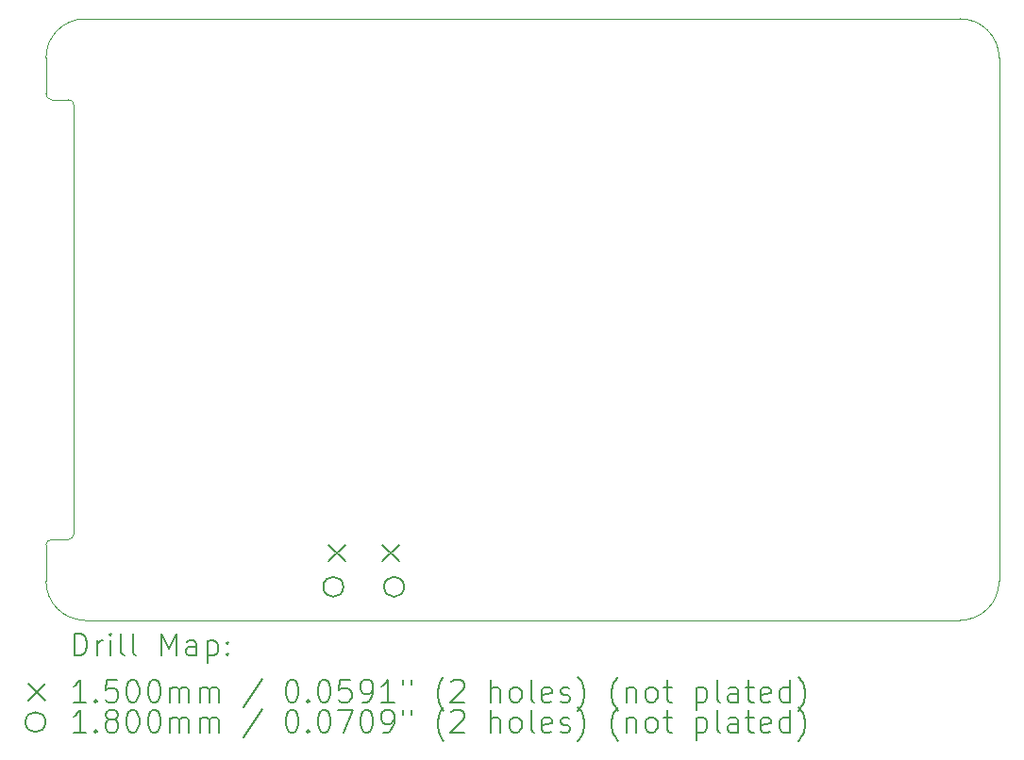
<source format=gbr>
%TF.GenerationSoftware,KiCad,Pcbnew,8.0.3-8.0.3-0~ubuntu22.04.1*%
%TF.CreationDate,2024-09-16T11:34:46+02:00*%
%TF.ProjectId,FT600_RP2040,46543630-305f-4525-9032-3034302e6b69,rev?*%
%TF.SameCoordinates,PX7735940PY61c06a0*%
%TF.FileFunction,Drillmap*%
%TF.FilePolarity,Positive*%
%FSLAX45Y45*%
G04 Gerber Fmt 4.5, Leading zero omitted, Abs format (unit mm)*
G04 Created by KiCad (PCBNEW 8.0.3-8.0.3-0~ubuntu22.04.1) date 2024-09-16 11:34:46*
%MOMM*%
%LPD*%
G01*
G04 APERTURE LIST*
%ADD10C,0.100000*%
%ADD11C,0.200000*%
%ADD12C,0.150000*%
%ADD13C,0.180000*%
G04 APERTURE END LIST*
D10*
X200000Y4675000D02*
G75*
G02*
X250000Y4625000I0J-50000D01*
G01*
X0Y350000D02*
X0Y675000D01*
X0Y5050000D02*
X0Y4725000D01*
X350000Y0D02*
G75*
G02*
X0Y350000I0J350000D01*
G01*
X250000Y775000D02*
G75*
G02*
X200000Y725000I-50000J0D01*
G01*
X0Y675000D02*
G75*
G02*
X50000Y725000I50000J0D01*
G01*
X250000Y4625000D02*
X250000Y775000D01*
X0Y5050000D02*
G75*
G02*
X350000Y5400000I350000J0D01*
G01*
X8200000Y5400000D02*
G75*
G02*
X8550000Y5050000I0J-350000D01*
G01*
X350000Y5400000D02*
X8200000Y5400000D01*
X8200000Y0D02*
X350000Y0D01*
X8550000Y350000D02*
G75*
G02*
X8200000Y0I-350000J0D01*
G01*
X8550000Y5050000D02*
X8550000Y350000D01*
X50000Y4675000D02*
G75*
G02*
X0Y4725000I0J50000D01*
G01*
X50000Y4675000D02*
X200000Y4675000D01*
X200000Y725000D02*
X50000Y725000D01*
D11*
D12*
X2532500Y678000D02*
X2682500Y528000D01*
X2682500Y678000D02*
X2532500Y528000D01*
X3017500Y678000D02*
X3167500Y528000D01*
X3167500Y678000D02*
X3017500Y528000D01*
D13*
X2667500Y300000D02*
G75*
G02*
X2487500Y300000I-90000J0D01*
G01*
X2487500Y300000D02*
G75*
G02*
X2667500Y300000I90000J0D01*
G01*
X3212500Y300000D02*
G75*
G02*
X3032500Y300000I-90000J0D01*
G01*
X3032500Y300000D02*
G75*
G02*
X3212500Y300000I90000J0D01*
G01*
D11*
X255777Y-316484D02*
X255777Y-116484D01*
X255777Y-116484D02*
X303396Y-116484D01*
X303396Y-116484D02*
X331967Y-126008D01*
X331967Y-126008D02*
X351015Y-145055D01*
X351015Y-145055D02*
X360539Y-164103D01*
X360539Y-164103D02*
X370062Y-202198D01*
X370062Y-202198D02*
X370062Y-230769D01*
X370062Y-230769D02*
X360539Y-268865D01*
X360539Y-268865D02*
X351015Y-287912D01*
X351015Y-287912D02*
X331967Y-306960D01*
X331967Y-306960D02*
X303396Y-316484D01*
X303396Y-316484D02*
X255777Y-316484D01*
X455777Y-316484D02*
X455777Y-183150D01*
X455777Y-221246D02*
X465301Y-202198D01*
X465301Y-202198D02*
X474824Y-192674D01*
X474824Y-192674D02*
X493872Y-183150D01*
X493872Y-183150D02*
X512920Y-183150D01*
X579586Y-316484D02*
X579586Y-183150D01*
X579586Y-116484D02*
X570063Y-126008D01*
X570063Y-126008D02*
X579586Y-135531D01*
X579586Y-135531D02*
X589110Y-126008D01*
X589110Y-126008D02*
X579586Y-116484D01*
X579586Y-116484D02*
X579586Y-135531D01*
X703396Y-316484D02*
X684348Y-306960D01*
X684348Y-306960D02*
X674824Y-287912D01*
X674824Y-287912D02*
X674824Y-116484D01*
X808158Y-316484D02*
X789110Y-306960D01*
X789110Y-306960D02*
X779586Y-287912D01*
X779586Y-287912D02*
X779586Y-116484D01*
X1036729Y-316484D02*
X1036729Y-116484D01*
X1036729Y-116484D02*
X1103396Y-259341D01*
X1103396Y-259341D02*
X1170063Y-116484D01*
X1170063Y-116484D02*
X1170063Y-316484D01*
X1351015Y-316484D02*
X1351015Y-211722D01*
X1351015Y-211722D02*
X1341491Y-192674D01*
X1341491Y-192674D02*
X1322444Y-183150D01*
X1322444Y-183150D02*
X1284348Y-183150D01*
X1284348Y-183150D02*
X1265301Y-192674D01*
X1351015Y-306960D02*
X1331967Y-316484D01*
X1331967Y-316484D02*
X1284348Y-316484D01*
X1284348Y-316484D02*
X1265301Y-306960D01*
X1265301Y-306960D02*
X1255777Y-287912D01*
X1255777Y-287912D02*
X1255777Y-268865D01*
X1255777Y-268865D02*
X1265301Y-249817D01*
X1265301Y-249817D02*
X1284348Y-240293D01*
X1284348Y-240293D02*
X1331967Y-240293D01*
X1331967Y-240293D02*
X1351015Y-230769D01*
X1446253Y-183150D02*
X1446253Y-383150D01*
X1446253Y-192674D02*
X1465301Y-183150D01*
X1465301Y-183150D02*
X1503396Y-183150D01*
X1503396Y-183150D02*
X1522443Y-192674D01*
X1522443Y-192674D02*
X1531967Y-202198D01*
X1531967Y-202198D02*
X1541491Y-221246D01*
X1541491Y-221246D02*
X1541491Y-278389D01*
X1541491Y-278389D02*
X1531967Y-297436D01*
X1531967Y-297436D02*
X1522443Y-306960D01*
X1522443Y-306960D02*
X1503396Y-316484D01*
X1503396Y-316484D02*
X1465301Y-316484D01*
X1465301Y-316484D02*
X1446253Y-306960D01*
X1627205Y-297436D02*
X1636729Y-306960D01*
X1636729Y-306960D02*
X1627205Y-316484D01*
X1627205Y-316484D02*
X1617682Y-306960D01*
X1617682Y-306960D02*
X1627205Y-297436D01*
X1627205Y-297436D02*
X1627205Y-316484D01*
X1627205Y-192674D02*
X1636729Y-202198D01*
X1636729Y-202198D02*
X1627205Y-211722D01*
X1627205Y-211722D02*
X1617682Y-202198D01*
X1617682Y-202198D02*
X1627205Y-192674D01*
X1627205Y-192674D02*
X1627205Y-211722D01*
D12*
X-155000Y-570000D02*
X-5000Y-720000D01*
X-5000Y-570000D02*
X-155000Y-720000D01*
D11*
X360539Y-736484D02*
X246253Y-736484D01*
X303396Y-736484D02*
X303396Y-536484D01*
X303396Y-536484D02*
X284348Y-565055D01*
X284348Y-565055D02*
X265301Y-584103D01*
X265301Y-584103D02*
X246253Y-593627D01*
X446253Y-717436D02*
X455777Y-726960D01*
X455777Y-726960D02*
X446253Y-736484D01*
X446253Y-736484D02*
X436729Y-726960D01*
X436729Y-726960D02*
X446253Y-717436D01*
X446253Y-717436D02*
X446253Y-736484D01*
X636729Y-536484D02*
X541491Y-536484D01*
X541491Y-536484D02*
X531967Y-631722D01*
X531967Y-631722D02*
X541491Y-622198D01*
X541491Y-622198D02*
X560539Y-612674D01*
X560539Y-612674D02*
X608158Y-612674D01*
X608158Y-612674D02*
X627205Y-622198D01*
X627205Y-622198D02*
X636729Y-631722D01*
X636729Y-631722D02*
X646253Y-650770D01*
X646253Y-650770D02*
X646253Y-698389D01*
X646253Y-698389D02*
X636729Y-717436D01*
X636729Y-717436D02*
X627205Y-726960D01*
X627205Y-726960D02*
X608158Y-736484D01*
X608158Y-736484D02*
X560539Y-736484D01*
X560539Y-736484D02*
X541491Y-726960D01*
X541491Y-726960D02*
X531967Y-717436D01*
X770062Y-536484D02*
X789110Y-536484D01*
X789110Y-536484D02*
X808158Y-546008D01*
X808158Y-546008D02*
X817682Y-555531D01*
X817682Y-555531D02*
X827205Y-574579D01*
X827205Y-574579D02*
X836729Y-612674D01*
X836729Y-612674D02*
X836729Y-660293D01*
X836729Y-660293D02*
X827205Y-698389D01*
X827205Y-698389D02*
X817682Y-717436D01*
X817682Y-717436D02*
X808158Y-726960D01*
X808158Y-726960D02*
X789110Y-736484D01*
X789110Y-736484D02*
X770062Y-736484D01*
X770062Y-736484D02*
X751015Y-726960D01*
X751015Y-726960D02*
X741491Y-717436D01*
X741491Y-717436D02*
X731967Y-698389D01*
X731967Y-698389D02*
X722443Y-660293D01*
X722443Y-660293D02*
X722443Y-612674D01*
X722443Y-612674D02*
X731967Y-574579D01*
X731967Y-574579D02*
X741491Y-555531D01*
X741491Y-555531D02*
X751015Y-546008D01*
X751015Y-546008D02*
X770062Y-536484D01*
X960539Y-536484D02*
X979586Y-536484D01*
X979586Y-536484D02*
X998634Y-546008D01*
X998634Y-546008D02*
X1008158Y-555531D01*
X1008158Y-555531D02*
X1017682Y-574579D01*
X1017682Y-574579D02*
X1027205Y-612674D01*
X1027205Y-612674D02*
X1027205Y-660293D01*
X1027205Y-660293D02*
X1017682Y-698389D01*
X1017682Y-698389D02*
X1008158Y-717436D01*
X1008158Y-717436D02*
X998634Y-726960D01*
X998634Y-726960D02*
X979586Y-736484D01*
X979586Y-736484D02*
X960539Y-736484D01*
X960539Y-736484D02*
X941491Y-726960D01*
X941491Y-726960D02*
X931967Y-717436D01*
X931967Y-717436D02*
X922443Y-698389D01*
X922443Y-698389D02*
X912920Y-660293D01*
X912920Y-660293D02*
X912920Y-612674D01*
X912920Y-612674D02*
X922443Y-574579D01*
X922443Y-574579D02*
X931967Y-555531D01*
X931967Y-555531D02*
X941491Y-546008D01*
X941491Y-546008D02*
X960539Y-536484D01*
X1112920Y-736484D02*
X1112920Y-603150D01*
X1112920Y-622198D02*
X1122444Y-612674D01*
X1122444Y-612674D02*
X1141491Y-603150D01*
X1141491Y-603150D02*
X1170063Y-603150D01*
X1170063Y-603150D02*
X1189110Y-612674D01*
X1189110Y-612674D02*
X1198634Y-631722D01*
X1198634Y-631722D02*
X1198634Y-736484D01*
X1198634Y-631722D02*
X1208158Y-612674D01*
X1208158Y-612674D02*
X1227205Y-603150D01*
X1227205Y-603150D02*
X1255777Y-603150D01*
X1255777Y-603150D02*
X1274825Y-612674D01*
X1274825Y-612674D02*
X1284348Y-631722D01*
X1284348Y-631722D02*
X1284348Y-736484D01*
X1379586Y-736484D02*
X1379586Y-603150D01*
X1379586Y-622198D02*
X1389110Y-612674D01*
X1389110Y-612674D02*
X1408158Y-603150D01*
X1408158Y-603150D02*
X1436729Y-603150D01*
X1436729Y-603150D02*
X1455777Y-612674D01*
X1455777Y-612674D02*
X1465301Y-631722D01*
X1465301Y-631722D02*
X1465301Y-736484D01*
X1465301Y-631722D02*
X1474824Y-612674D01*
X1474824Y-612674D02*
X1493872Y-603150D01*
X1493872Y-603150D02*
X1522443Y-603150D01*
X1522443Y-603150D02*
X1541491Y-612674D01*
X1541491Y-612674D02*
X1551015Y-631722D01*
X1551015Y-631722D02*
X1551015Y-736484D01*
X1941491Y-526960D02*
X1770063Y-784103D01*
X2198634Y-536484D02*
X2217682Y-536484D01*
X2217682Y-536484D02*
X2236729Y-546008D01*
X2236729Y-546008D02*
X2246253Y-555531D01*
X2246253Y-555531D02*
X2255777Y-574579D01*
X2255777Y-574579D02*
X2265301Y-612674D01*
X2265301Y-612674D02*
X2265301Y-660293D01*
X2265301Y-660293D02*
X2255777Y-698389D01*
X2255777Y-698389D02*
X2246253Y-717436D01*
X2246253Y-717436D02*
X2236729Y-726960D01*
X2236729Y-726960D02*
X2217682Y-736484D01*
X2217682Y-736484D02*
X2198634Y-736484D01*
X2198634Y-736484D02*
X2179587Y-726960D01*
X2179587Y-726960D02*
X2170063Y-717436D01*
X2170063Y-717436D02*
X2160539Y-698389D01*
X2160539Y-698389D02*
X2151015Y-660293D01*
X2151015Y-660293D02*
X2151015Y-612674D01*
X2151015Y-612674D02*
X2160539Y-574579D01*
X2160539Y-574579D02*
X2170063Y-555531D01*
X2170063Y-555531D02*
X2179587Y-546008D01*
X2179587Y-546008D02*
X2198634Y-536484D01*
X2351015Y-717436D02*
X2360539Y-726960D01*
X2360539Y-726960D02*
X2351015Y-736484D01*
X2351015Y-736484D02*
X2341491Y-726960D01*
X2341491Y-726960D02*
X2351015Y-717436D01*
X2351015Y-717436D02*
X2351015Y-736484D01*
X2484348Y-536484D02*
X2503396Y-536484D01*
X2503396Y-536484D02*
X2522444Y-546008D01*
X2522444Y-546008D02*
X2531968Y-555531D01*
X2531968Y-555531D02*
X2541491Y-574579D01*
X2541491Y-574579D02*
X2551015Y-612674D01*
X2551015Y-612674D02*
X2551015Y-660293D01*
X2551015Y-660293D02*
X2541491Y-698389D01*
X2541491Y-698389D02*
X2531968Y-717436D01*
X2531968Y-717436D02*
X2522444Y-726960D01*
X2522444Y-726960D02*
X2503396Y-736484D01*
X2503396Y-736484D02*
X2484348Y-736484D01*
X2484348Y-736484D02*
X2465301Y-726960D01*
X2465301Y-726960D02*
X2455777Y-717436D01*
X2455777Y-717436D02*
X2446253Y-698389D01*
X2446253Y-698389D02*
X2436729Y-660293D01*
X2436729Y-660293D02*
X2436729Y-612674D01*
X2436729Y-612674D02*
X2446253Y-574579D01*
X2446253Y-574579D02*
X2455777Y-555531D01*
X2455777Y-555531D02*
X2465301Y-546008D01*
X2465301Y-546008D02*
X2484348Y-536484D01*
X2731968Y-536484D02*
X2636729Y-536484D01*
X2636729Y-536484D02*
X2627206Y-631722D01*
X2627206Y-631722D02*
X2636729Y-622198D01*
X2636729Y-622198D02*
X2655777Y-612674D01*
X2655777Y-612674D02*
X2703396Y-612674D01*
X2703396Y-612674D02*
X2722444Y-622198D01*
X2722444Y-622198D02*
X2731968Y-631722D01*
X2731968Y-631722D02*
X2741491Y-650770D01*
X2741491Y-650770D02*
X2741491Y-698389D01*
X2741491Y-698389D02*
X2731968Y-717436D01*
X2731968Y-717436D02*
X2722444Y-726960D01*
X2722444Y-726960D02*
X2703396Y-736484D01*
X2703396Y-736484D02*
X2655777Y-736484D01*
X2655777Y-736484D02*
X2636729Y-726960D01*
X2636729Y-726960D02*
X2627206Y-717436D01*
X2836729Y-736484D02*
X2874825Y-736484D01*
X2874825Y-736484D02*
X2893872Y-726960D01*
X2893872Y-726960D02*
X2903396Y-717436D01*
X2903396Y-717436D02*
X2922444Y-688865D01*
X2922444Y-688865D02*
X2931967Y-650770D01*
X2931967Y-650770D02*
X2931967Y-574579D01*
X2931967Y-574579D02*
X2922444Y-555531D01*
X2922444Y-555531D02*
X2912920Y-546008D01*
X2912920Y-546008D02*
X2893872Y-536484D01*
X2893872Y-536484D02*
X2855777Y-536484D01*
X2855777Y-536484D02*
X2836729Y-546008D01*
X2836729Y-546008D02*
X2827206Y-555531D01*
X2827206Y-555531D02*
X2817682Y-574579D01*
X2817682Y-574579D02*
X2817682Y-622198D01*
X2817682Y-622198D02*
X2827206Y-641246D01*
X2827206Y-641246D02*
X2836729Y-650770D01*
X2836729Y-650770D02*
X2855777Y-660293D01*
X2855777Y-660293D02*
X2893872Y-660293D01*
X2893872Y-660293D02*
X2912920Y-650770D01*
X2912920Y-650770D02*
X2922444Y-641246D01*
X2922444Y-641246D02*
X2931967Y-622198D01*
X3122444Y-736484D02*
X3008158Y-736484D01*
X3065301Y-736484D02*
X3065301Y-536484D01*
X3065301Y-536484D02*
X3046253Y-565055D01*
X3046253Y-565055D02*
X3027206Y-584103D01*
X3027206Y-584103D02*
X3008158Y-593627D01*
X3198634Y-536484D02*
X3198634Y-574579D01*
X3274825Y-536484D02*
X3274825Y-574579D01*
X3570063Y-812674D02*
X3560539Y-803150D01*
X3560539Y-803150D02*
X3541491Y-774579D01*
X3541491Y-774579D02*
X3531968Y-755531D01*
X3531968Y-755531D02*
X3522444Y-726960D01*
X3522444Y-726960D02*
X3512920Y-679341D01*
X3512920Y-679341D02*
X3512920Y-641246D01*
X3512920Y-641246D02*
X3522444Y-593627D01*
X3522444Y-593627D02*
X3531968Y-565055D01*
X3531968Y-565055D02*
X3541491Y-546008D01*
X3541491Y-546008D02*
X3560539Y-517436D01*
X3560539Y-517436D02*
X3570063Y-507912D01*
X3636729Y-555531D02*
X3646253Y-546008D01*
X3646253Y-546008D02*
X3665301Y-536484D01*
X3665301Y-536484D02*
X3712920Y-536484D01*
X3712920Y-536484D02*
X3731968Y-546008D01*
X3731968Y-546008D02*
X3741491Y-555531D01*
X3741491Y-555531D02*
X3751015Y-574579D01*
X3751015Y-574579D02*
X3751015Y-593627D01*
X3751015Y-593627D02*
X3741491Y-622198D01*
X3741491Y-622198D02*
X3627206Y-736484D01*
X3627206Y-736484D02*
X3751015Y-736484D01*
X3989110Y-736484D02*
X3989110Y-536484D01*
X4074825Y-736484D02*
X4074825Y-631722D01*
X4074825Y-631722D02*
X4065301Y-612674D01*
X4065301Y-612674D02*
X4046253Y-603150D01*
X4046253Y-603150D02*
X4017682Y-603150D01*
X4017682Y-603150D02*
X3998634Y-612674D01*
X3998634Y-612674D02*
X3989110Y-622198D01*
X4198634Y-736484D02*
X4179587Y-726960D01*
X4179587Y-726960D02*
X4170063Y-717436D01*
X4170063Y-717436D02*
X4160539Y-698389D01*
X4160539Y-698389D02*
X4160539Y-641246D01*
X4160539Y-641246D02*
X4170063Y-622198D01*
X4170063Y-622198D02*
X4179587Y-612674D01*
X4179587Y-612674D02*
X4198634Y-603150D01*
X4198634Y-603150D02*
X4227206Y-603150D01*
X4227206Y-603150D02*
X4246253Y-612674D01*
X4246253Y-612674D02*
X4255777Y-622198D01*
X4255777Y-622198D02*
X4265301Y-641246D01*
X4265301Y-641246D02*
X4265301Y-698389D01*
X4265301Y-698389D02*
X4255777Y-717436D01*
X4255777Y-717436D02*
X4246253Y-726960D01*
X4246253Y-726960D02*
X4227206Y-736484D01*
X4227206Y-736484D02*
X4198634Y-736484D01*
X4379587Y-736484D02*
X4360539Y-726960D01*
X4360539Y-726960D02*
X4351015Y-707912D01*
X4351015Y-707912D02*
X4351015Y-536484D01*
X4531968Y-726960D02*
X4512920Y-736484D01*
X4512920Y-736484D02*
X4474825Y-736484D01*
X4474825Y-736484D02*
X4455777Y-726960D01*
X4455777Y-726960D02*
X4446253Y-707912D01*
X4446253Y-707912D02*
X4446253Y-631722D01*
X4446253Y-631722D02*
X4455777Y-612674D01*
X4455777Y-612674D02*
X4474825Y-603150D01*
X4474825Y-603150D02*
X4512920Y-603150D01*
X4512920Y-603150D02*
X4531968Y-612674D01*
X4531968Y-612674D02*
X4541492Y-631722D01*
X4541492Y-631722D02*
X4541492Y-650770D01*
X4541492Y-650770D02*
X4446253Y-669817D01*
X4617682Y-726960D02*
X4636730Y-736484D01*
X4636730Y-736484D02*
X4674825Y-736484D01*
X4674825Y-736484D02*
X4693873Y-726960D01*
X4693873Y-726960D02*
X4703396Y-707912D01*
X4703396Y-707912D02*
X4703396Y-698389D01*
X4703396Y-698389D02*
X4693873Y-679341D01*
X4693873Y-679341D02*
X4674825Y-669817D01*
X4674825Y-669817D02*
X4646253Y-669817D01*
X4646253Y-669817D02*
X4627206Y-660293D01*
X4627206Y-660293D02*
X4617682Y-641246D01*
X4617682Y-641246D02*
X4617682Y-631722D01*
X4617682Y-631722D02*
X4627206Y-612674D01*
X4627206Y-612674D02*
X4646253Y-603150D01*
X4646253Y-603150D02*
X4674825Y-603150D01*
X4674825Y-603150D02*
X4693873Y-612674D01*
X4770063Y-812674D02*
X4779587Y-803150D01*
X4779587Y-803150D02*
X4798634Y-774579D01*
X4798634Y-774579D02*
X4808158Y-755531D01*
X4808158Y-755531D02*
X4817682Y-726960D01*
X4817682Y-726960D02*
X4827206Y-679341D01*
X4827206Y-679341D02*
X4827206Y-641246D01*
X4827206Y-641246D02*
X4817682Y-593627D01*
X4817682Y-593627D02*
X4808158Y-565055D01*
X4808158Y-565055D02*
X4798634Y-546008D01*
X4798634Y-546008D02*
X4779587Y-517436D01*
X4779587Y-517436D02*
X4770063Y-507912D01*
X5131968Y-812674D02*
X5122444Y-803150D01*
X5122444Y-803150D02*
X5103396Y-774579D01*
X5103396Y-774579D02*
X5093873Y-755531D01*
X5093873Y-755531D02*
X5084349Y-726960D01*
X5084349Y-726960D02*
X5074825Y-679341D01*
X5074825Y-679341D02*
X5074825Y-641246D01*
X5074825Y-641246D02*
X5084349Y-593627D01*
X5084349Y-593627D02*
X5093873Y-565055D01*
X5093873Y-565055D02*
X5103396Y-546008D01*
X5103396Y-546008D02*
X5122444Y-517436D01*
X5122444Y-517436D02*
X5131968Y-507912D01*
X5208158Y-603150D02*
X5208158Y-736484D01*
X5208158Y-622198D02*
X5217682Y-612674D01*
X5217682Y-612674D02*
X5236730Y-603150D01*
X5236730Y-603150D02*
X5265301Y-603150D01*
X5265301Y-603150D02*
X5284349Y-612674D01*
X5284349Y-612674D02*
X5293873Y-631722D01*
X5293873Y-631722D02*
X5293873Y-736484D01*
X5417682Y-736484D02*
X5398634Y-726960D01*
X5398634Y-726960D02*
X5389111Y-717436D01*
X5389111Y-717436D02*
X5379587Y-698389D01*
X5379587Y-698389D02*
X5379587Y-641246D01*
X5379587Y-641246D02*
X5389111Y-622198D01*
X5389111Y-622198D02*
X5398634Y-612674D01*
X5398634Y-612674D02*
X5417682Y-603150D01*
X5417682Y-603150D02*
X5446254Y-603150D01*
X5446254Y-603150D02*
X5465301Y-612674D01*
X5465301Y-612674D02*
X5474825Y-622198D01*
X5474825Y-622198D02*
X5484349Y-641246D01*
X5484349Y-641246D02*
X5484349Y-698389D01*
X5484349Y-698389D02*
X5474825Y-717436D01*
X5474825Y-717436D02*
X5465301Y-726960D01*
X5465301Y-726960D02*
X5446254Y-736484D01*
X5446254Y-736484D02*
X5417682Y-736484D01*
X5541492Y-603150D02*
X5617682Y-603150D01*
X5570063Y-536484D02*
X5570063Y-707912D01*
X5570063Y-707912D02*
X5579587Y-726960D01*
X5579587Y-726960D02*
X5598634Y-736484D01*
X5598634Y-736484D02*
X5617682Y-736484D01*
X5836730Y-603150D02*
X5836730Y-803150D01*
X5836730Y-612674D02*
X5855777Y-603150D01*
X5855777Y-603150D02*
X5893873Y-603150D01*
X5893873Y-603150D02*
X5912920Y-612674D01*
X5912920Y-612674D02*
X5922444Y-622198D01*
X5922444Y-622198D02*
X5931968Y-641246D01*
X5931968Y-641246D02*
X5931968Y-698389D01*
X5931968Y-698389D02*
X5922444Y-717436D01*
X5922444Y-717436D02*
X5912920Y-726960D01*
X5912920Y-726960D02*
X5893873Y-736484D01*
X5893873Y-736484D02*
X5855777Y-736484D01*
X5855777Y-736484D02*
X5836730Y-726960D01*
X6046253Y-736484D02*
X6027206Y-726960D01*
X6027206Y-726960D02*
X6017682Y-707912D01*
X6017682Y-707912D02*
X6017682Y-536484D01*
X6208158Y-736484D02*
X6208158Y-631722D01*
X6208158Y-631722D02*
X6198634Y-612674D01*
X6198634Y-612674D02*
X6179587Y-603150D01*
X6179587Y-603150D02*
X6141492Y-603150D01*
X6141492Y-603150D02*
X6122444Y-612674D01*
X6208158Y-726960D02*
X6189111Y-736484D01*
X6189111Y-736484D02*
X6141492Y-736484D01*
X6141492Y-736484D02*
X6122444Y-726960D01*
X6122444Y-726960D02*
X6112920Y-707912D01*
X6112920Y-707912D02*
X6112920Y-688865D01*
X6112920Y-688865D02*
X6122444Y-669817D01*
X6122444Y-669817D02*
X6141492Y-660293D01*
X6141492Y-660293D02*
X6189111Y-660293D01*
X6189111Y-660293D02*
X6208158Y-650770D01*
X6274825Y-603150D02*
X6351015Y-603150D01*
X6303396Y-536484D02*
X6303396Y-707912D01*
X6303396Y-707912D02*
X6312920Y-726960D01*
X6312920Y-726960D02*
X6331968Y-736484D01*
X6331968Y-736484D02*
X6351015Y-736484D01*
X6493873Y-726960D02*
X6474825Y-736484D01*
X6474825Y-736484D02*
X6436730Y-736484D01*
X6436730Y-736484D02*
X6417682Y-726960D01*
X6417682Y-726960D02*
X6408158Y-707912D01*
X6408158Y-707912D02*
X6408158Y-631722D01*
X6408158Y-631722D02*
X6417682Y-612674D01*
X6417682Y-612674D02*
X6436730Y-603150D01*
X6436730Y-603150D02*
X6474825Y-603150D01*
X6474825Y-603150D02*
X6493873Y-612674D01*
X6493873Y-612674D02*
X6503396Y-631722D01*
X6503396Y-631722D02*
X6503396Y-650770D01*
X6503396Y-650770D02*
X6408158Y-669817D01*
X6674825Y-736484D02*
X6674825Y-536484D01*
X6674825Y-726960D02*
X6655777Y-736484D01*
X6655777Y-736484D02*
X6617682Y-736484D01*
X6617682Y-736484D02*
X6598634Y-726960D01*
X6598634Y-726960D02*
X6589111Y-717436D01*
X6589111Y-717436D02*
X6579587Y-698389D01*
X6579587Y-698389D02*
X6579587Y-641246D01*
X6579587Y-641246D02*
X6589111Y-622198D01*
X6589111Y-622198D02*
X6598634Y-612674D01*
X6598634Y-612674D02*
X6617682Y-603150D01*
X6617682Y-603150D02*
X6655777Y-603150D01*
X6655777Y-603150D02*
X6674825Y-612674D01*
X6751015Y-812674D02*
X6760539Y-803150D01*
X6760539Y-803150D02*
X6779587Y-774579D01*
X6779587Y-774579D02*
X6789111Y-755531D01*
X6789111Y-755531D02*
X6798634Y-726960D01*
X6798634Y-726960D02*
X6808158Y-679341D01*
X6808158Y-679341D02*
X6808158Y-641246D01*
X6808158Y-641246D02*
X6798634Y-593627D01*
X6798634Y-593627D02*
X6789111Y-565055D01*
X6789111Y-565055D02*
X6779587Y-546008D01*
X6779587Y-546008D02*
X6760539Y-517436D01*
X6760539Y-517436D02*
X6751015Y-507912D01*
D13*
X-5000Y-915000D02*
G75*
G02*
X-185000Y-915000I-90000J0D01*
G01*
X-185000Y-915000D02*
G75*
G02*
X-5000Y-915000I90000J0D01*
G01*
D11*
X360539Y-1006484D02*
X246253Y-1006484D01*
X303396Y-1006484D02*
X303396Y-806484D01*
X303396Y-806484D02*
X284348Y-835055D01*
X284348Y-835055D02*
X265301Y-854103D01*
X265301Y-854103D02*
X246253Y-863627D01*
X446253Y-987436D02*
X455777Y-996960D01*
X455777Y-996960D02*
X446253Y-1006484D01*
X446253Y-1006484D02*
X436729Y-996960D01*
X436729Y-996960D02*
X446253Y-987436D01*
X446253Y-987436D02*
X446253Y-1006484D01*
X570063Y-892198D02*
X551015Y-882674D01*
X551015Y-882674D02*
X541491Y-873150D01*
X541491Y-873150D02*
X531967Y-854103D01*
X531967Y-854103D02*
X531967Y-844579D01*
X531967Y-844579D02*
X541491Y-825531D01*
X541491Y-825531D02*
X551015Y-816008D01*
X551015Y-816008D02*
X570063Y-806484D01*
X570063Y-806484D02*
X608158Y-806484D01*
X608158Y-806484D02*
X627205Y-816008D01*
X627205Y-816008D02*
X636729Y-825531D01*
X636729Y-825531D02*
X646253Y-844579D01*
X646253Y-844579D02*
X646253Y-854103D01*
X646253Y-854103D02*
X636729Y-873150D01*
X636729Y-873150D02*
X627205Y-882674D01*
X627205Y-882674D02*
X608158Y-892198D01*
X608158Y-892198D02*
X570063Y-892198D01*
X570063Y-892198D02*
X551015Y-901722D01*
X551015Y-901722D02*
X541491Y-911246D01*
X541491Y-911246D02*
X531967Y-930293D01*
X531967Y-930293D02*
X531967Y-968388D01*
X531967Y-968388D02*
X541491Y-987436D01*
X541491Y-987436D02*
X551015Y-996960D01*
X551015Y-996960D02*
X570063Y-1006484D01*
X570063Y-1006484D02*
X608158Y-1006484D01*
X608158Y-1006484D02*
X627205Y-996960D01*
X627205Y-996960D02*
X636729Y-987436D01*
X636729Y-987436D02*
X646253Y-968388D01*
X646253Y-968388D02*
X646253Y-930293D01*
X646253Y-930293D02*
X636729Y-911246D01*
X636729Y-911246D02*
X627205Y-901722D01*
X627205Y-901722D02*
X608158Y-892198D01*
X770062Y-806484D02*
X789110Y-806484D01*
X789110Y-806484D02*
X808158Y-816008D01*
X808158Y-816008D02*
X817682Y-825531D01*
X817682Y-825531D02*
X827205Y-844579D01*
X827205Y-844579D02*
X836729Y-882674D01*
X836729Y-882674D02*
X836729Y-930293D01*
X836729Y-930293D02*
X827205Y-968388D01*
X827205Y-968388D02*
X817682Y-987436D01*
X817682Y-987436D02*
X808158Y-996960D01*
X808158Y-996960D02*
X789110Y-1006484D01*
X789110Y-1006484D02*
X770062Y-1006484D01*
X770062Y-1006484D02*
X751015Y-996960D01*
X751015Y-996960D02*
X741491Y-987436D01*
X741491Y-987436D02*
X731967Y-968388D01*
X731967Y-968388D02*
X722443Y-930293D01*
X722443Y-930293D02*
X722443Y-882674D01*
X722443Y-882674D02*
X731967Y-844579D01*
X731967Y-844579D02*
X741491Y-825531D01*
X741491Y-825531D02*
X751015Y-816008D01*
X751015Y-816008D02*
X770062Y-806484D01*
X960539Y-806484D02*
X979586Y-806484D01*
X979586Y-806484D02*
X998634Y-816008D01*
X998634Y-816008D02*
X1008158Y-825531D01*
X1008158Y-825531D02*
X1017682Y-844579D01*
X1017682Y-844579D02*
X1027205Y-882674D01*
X1027205Y-882674D02*
X1027205Y-930293D01*
X1027205Y-930293D02*
X1017682Y-968388D01*
X1017682Y-968388D02*
X1008158Y-987436D01*
X1008158Y-987436D02*
X998634Y-996960D01*
X998634Y-996960D02*
X979586Y-1006484D01*
X979586Y-1006484D02*
X960539Y-1006484D01*
X960539Y-1006484D02*
X941491Y-996960D01*
X941491Y-996960D02*
X931967Y-987436D01*
X931967Y-987436D02*
X922443Y-968388D01*
X922443Y-968388D02*
X912920Y-930293D01*
X912920Y-930293D02*
X912920Y-882674D01*
X912920Y-882674D02*
X922443Y-844579D01*
X922443Y-844579D02*
X931967Y-825531D01*
X931967Y-825531D02*
X941491Y-816008D01*
X941491Y-816008D02*
X960539Y-806484D01*
X1112920Y-1006484D02*
X1112920Y-873150D01*
X1112920Y-892198D02*
X1122444Y-882674D01*
X1122444Y-882674D02*
X1141491Y-873150D01*
X1141491Y-873150D02*
X1170063Y-873150D01*
X1170063Y-873150D02*
X1189110Y-882674D01*
X1189110Y-882674D02*
X1198634Y-901722D01*
X1198634Y-901722D02*
X1198634Y-1006484D01*
X1198634Y-901722D02*
X1208158Y-882674D01*
X1208158Y-882674D02*
X1227205Y-873150D01*
X1227205Y-873150D02*
X1255777Y-873150D01*
X1255777Y-873150D02*
X1274825Y-882674D01*
X1274825Y-882674D02*
X1284348Y-901722D01*
X1284348Y-901722D02*
X1284348Y-1006484D01*
X1379586Y-1006484D02*
X1379586Y-873150D01*
X1379586Y-892198D02*
X1389110Y-882674D01*
X1389110Y-882674D02*
X1408158Y-873150D01*
X1408158Y-873150D02*
X1436729Y-873150D01*
X1436729Y-873150D02*
X1455777Y-882674D01*
X1455777Y-882674D02*
X1465301Y-901722D01*
X1465301Y-901722D02*
X1465301Y-1006484D01*
X1465301Y-901722D02*
X1474824Y-882674D01*
X1474824Y-882674D02*
X1493872Y-873150D01*
X1493872Y-873150D02*
X1522443Y-873150D01*
X1522443Y-873150D02*
X1541491Y-882674D01*
X1541491Y-882674D02*
X1551015Y-901722D01*
X1551015Y-901722D02*
X1551015Y-1006484D01*
X1941491Y-796960D02*
X1770063Y-1054103D01*
X2198634Y-806484D02*
X2217682Y-806484D01*
X2217682Y-806484D02*
X2236729Y-816008D01*
X2236729Y-816008D02*
X2246253Y-825531D01*
X2246253Y-825531D02*
X2255777Y-844579D01*
X2255777Y-844579D02*
X2265301Y-882674D01*
X2265301Y-882674D02*
X2265301Y-930293D01*
X2265301Y-930293D02*
X2255777Y-968388D01*
X2255777Y-968388D02*
X2246253Y-987436D01*
X2246253Y-987436D02*
X2236729Y-996960D01*
X2236729Y-996960D02*
X2217682Y-1006484D01*
X2217682Y-1006484D02*
X2198634Y-1006484D01*
X2198634Y-1006484D02*
X2179587Y-996960D01*
X2179587Y-996960D02*
X2170063Y-987436D01*
X2170063Y-987436D02*
X2160539Y-968388D01*
X2160539Y-968388D02*
X2151015Y-930293D01*
X2151015Y-930293D02*
X2151015Y-882674D01*
X2151015Y-882674D02*
X2160539Y-844579D01*
X2160539Y-844579D02*
X2170063Y-825531D01*
X2170063Y-825531D02*
X2179587Y-816008D01*
X2179587Y-816008D02*
X2198634Y-806484D01*
X2351015Y-987436D02*
X2360539Y-996960D01*
X2360539Y-996960D02*
X2351015Y-1006484D01*
X2351015Y-1006484D02*
X2341491Y-996960D01*
X2341491Y-996960D02*
X2351015Y-987436D01*
X2351015Y-987436D02*
X2351015Y-1006484D01*
X2484348Y-806484D02*
X2503396Y-806484D01*
X2503396Y-806484D02*
X2522444Y-816008D01*
X2522444Y-816008D02*
X2531968Y-825531D01*
X2531968Y-825531D02*
X2541491Y-844579D01*
X2541491Y-844579D02*
X2551015Y-882674D01*
X2551015Y-882674D02*
X2551015Y-930293D01*
X2551015Y-930293D02*
X2541491Y-968388D01*
X2541491Y-968388D02*
X2531968Y-987436D01*
X2531968Y-987436D02*
X2522444Y-996960D01*
X2522444Y-996960D02*
X2503396Y-1006484D01*
X2503396Y-1006484D02*
X2484348Y-1006484D01*
X2484348Y-1006484D02*
X2465301Y-996960D01*
X2465301Y-996960D02*
X2455777Y-987436D01*
X2455777Y-987436D02*
X2446253Y-968388D01*
X2446253Y-968388D02*
X2436729Y-930293D01*
X2436729Y-930293D02*
X2436729Y-882674D01*
X2436729Y-882674D02*
X2446253Y-844579D01*
X2446253Y-844579D02*
X2455777Y-825531D01*
X2455777Y-825531D02*
X2465301Y-816008D01*
X2465301Y-816008D02*
X2484348Y-806484D01*
X2617682Y-806484D02*
X2751015Y-806484D01*
X2751015Y-806484D02*
X2665301Y-1006484D01*
X2865301Y-806484D02*
X2884348Y-806484D01*
X2884348Y-806484D02*
X2903396Y-816008D01*
X2903396Y-816008D02*
X2912920Y-825531D01*
X2912920Y-825531D02*
X2922444Y-844579D01*
X2922444Y-844579D02*
X2931967Y-882674D01*
X2931967Y-882674D02*
X2931967Y-930293D01*
X2931967Y-930293D02*
X2922444Y-968388D01*
X2922444Y-968388D02*
X2912920Y-987436D01*
X2912920Y-987436D02*
X2903396Y-996960D01*
X2903396Y-996960D02*
X2884348Y-1006484D01*
X2884348Y-1006484D02*
X2865301Y-1006484D01*
X2865301Y-1006484D02*
X2846253Y-996960D01*
X2846253Y-996960D02*
X2836729Y-987436D01*
X2836729Y-987436D02*
X2827206Y-968388D01*
X2827206Y-968388D02*
X2817682Y-930293D01*
X2817682Y-930293D02*
X2817682Y-882674D01*
X2817682Y-882674D02*
X2827206Y-844579D01*
X2827206Y-844579D02*
X2836729Y-825531D01*
X2836729Y-825531D02*
X2846253Y-816008D01*
X2846253Y-816008D02*
X2865301Y-806484D01*
X3027206Y-1006484D02*
X3065301Y-1006484D01*
X3065301Y-1006484D02*
X3084348Y-996960D01*
X3084348Y-996960D02*
X3093872Y-987436D01*
X3093872Y-987436D02*
X3112920Y-958865D01*
X3112920Y-958865D02*
X3122444Y-920769D01*
X3122444Y-920769D02*
X3122444Y-844579D01*
X3122444Y-844579D02*
X3112920Y-825531D01*
X3112920Y-825531D02*
X3103396Y-816008D01*
X3103396Y-816008D02*
X3084348Y-806484D01*
X3084348Y-806484D02*
X3046253Y-806484D01*
X3046253Y-806484D02*
X3027206Y-816008D01*
X3027206Y-816008D02*
X3017682Y-825531D01*
X3017682Y-825531D02*
X3008158Y-844579D01*
X3008158Y-844579D02*
X3008158Y-892198D01*
X3008158Y-892198D02*
X3017682Y-911246D01*
X3017682Y-911246D02*
X3027206Y-920769D01*
X3027206Y-920769D02*
X3046253Y-930293D01*
X3046253Y-930293D02*
X3084348Y-930293D01*
X3084348Y-930293D02*
X3103396Y-920769D01*
X3103396Y-920769D02*
X3112920Y-911246D01*
X3112920Y-911246D02*
X3122444Y-892198D01*
X3198634Y-806484D02*
X3198634Y-844579D01*
X3274825Y-806484D02*
X3274825Y-844579D01*
X3570063Y-1082674D02*
X3560539Y-1073150D01*
X3560539Y-1073150D02*
X3541491Y-1044579D01*
X3541491Y-1044579D02*
X3531968Y-1025531D01*
X3531968Y-1025531D02*
X3522444Y-996960D01*
X3522444Y-996960D02*
X3512920Y-949341D01*
X3512920Y-949341D02*
X3512920Y-911246D01*
X3512920Y-911246D02*
X3522444Y-863627D01*
X3522444Y-863627D02*
X3531968Y-835055D01*
X3531968Y-835055D02*
X3541491Y-816008D01*
X3541491Y-816008D02*
X3560539Y-787436D01*
X3560539Y-787436D02*
X3570063Y-777912D01*
X3636729Y-825531D02*
X3646253Y-816008D01*
X3646253Y-816008D02*
X3665301Y-806484D01*
X3665301Y-806484D02*
X3712920Y-806484D01*
X3712920Y-806484D02*
X3731968Y-816008D01*
X3731968Y-816008D02*
X3741491Y-825531D01*
X3741491Y-825531D02*
X3751015Y-844579D01*
X3751015Y-844579D02*
X3751015Y-863627D01*
X3751015Y-863627D02*
X3741491Y-892198D01*
X3741491Y-892198D02*
X3627206Y-1006484D01*
X3627206Y-1006484D02*
X3751015Y-1006484D01*
X3989110Y-1006484D02*
X3989110Y-806484D01*
X4074825Y-1006484D02*
X4074825Y-901722D01*
X4074825Y-901722D02*
X4065301Y-882674D01*
X4065301Y-882674D02*
X4046253Y-873150D01*
X4046253Y-873150D02*
X4017682Y-873150D01*
X4017682Y-873150D02*
X3998634Y-882674D01*
X3998634Y-882674D02*
X3989110Y-892198D01*
X4198634Y-1006484D02*
X4179587Y-996960D01*
X4179587Y-996960D02*
X4170063Y-987436D01*
X4170063Y-987436D02*
X4160539Y-968388D01*
X4160539Y-968388D02*
X4160539Y-911246D01*
X4160539Y-911246D02*
X4170063Y-892198D01*
X4170063Y-892198D02*
X4179587Y-882674D01*
X4179587Y-882674D02*
X4198634Y-873150D01*
X4198634Y-873150D02*
X4227206Y-873150D01*
X4227206Y-873150D02*
X4246253Y-882674D01*
X4246253Y-882674D02*
X4255777Y-892198D01*
X4255777Y-892198D02*
X4265301Y-911246D01*
X4265301Y-911246D02*
X4265301Y-968388D01*
X4265301Y-968388D02*
X4255777Y-987436D01*
X4255777Y-987436D02*
X4246253Y-996960D01*
X4246253Y-996960D02*
X4227206Y-1006484D01*
X4227206Y-1006484D02*
X4198634Y-1006484D01*
X4379587Y-1006484D02*
X4360539Y-996960D01*
X4360539Y-996960D02*
X4351015Y-977912D01*
X4351015Y-977912D02*
X4351015Y-806484D01*
X4531968Y-996960D02*
X4512920Y-1006484D01*
X4512920Y-1006484D02*
X4474825Y-1006484D01*
X4474825Y-1006484D02*
X4455777Y-996960D01*
X4455777Y-996960D02*
X4446253Y-977912D01*
X4446253Y-977912D02*
X4446253Y-901722D01*
X4446253Y-901722D02*
X4455777Y-882674D01*
X4455777Y-882674D02*
X4474825Y-873150D01*
X4474825Y-873150D02*
X4512920Y-873150D01*
X4512920Y-873150D02*
X4531968Y-882674D01*
X4531968Y-882674D02*
X4541492Y-901722D01*
X4541492Y-901722D02*
X4541492Y-920769D01*
X4541492Y-920769D02*
X4446253Y-939817D01*
X4617682Y-996960D02*
X4636730Y-1006484D01*
X4636730Y-1006484D02*
X4674825Y-1006484D01*
X4674825Y-1006484D02*
X4693873Y-996960D01*
X4693873Y-996960D02*
X4703396Y-977912D01*
X4703396Y-977912D02*
X4703396Y-968388D01*
X4703396Y-968388D02*
X4693873Y-949341D01*
X4693873Y-949341D02*
X4674825Y-939817D01*
X4674825Y-939817D02*
X4646253Y-939817D01*
X4646253Y-939817D02*
X4627206Y-930293D01*
X4627206Y-930293D02*
X4617682Y-911246D01*
X4617682Y-911246D02*
X4617682Y-901722D01*
X4617682Y-901722D02*
X4627206Y-882674D01*
X4627206Y-882674D02*
X4646253Y-873150D01*
X4646253Y-873150D02*
X4674825Y-873150D01*
X4674825Y-873150D02*
X4693873Y-882674D01*
X4770063Y-1082674D02*
X4779587Y-1073150D01*
X4779587Y-1073150D02*
X4798634Y-1044579D01*
X4798634Y-1044579D02*
X4808158Y-1025531D01*
X4808158Y-1025531D02*
X4817682Y-996960D01*
X4817682Y-996960D02*
X4827206Y-949341D01*
X4827206Y-949341D02*
X4827206Y-911246D01*
X4827206Y-911246D02*
X4817682Y-863627D01*
X4817682Y-863627D02*
X4808158Y-835055D01*
X4808158Y-835055D02*
X4798634Y-816008D01*
X4798634Y-816008D02*
X4779587Y-787436D01*
X4779587Y-787436D02*
X4770063Y-777912D01*
X5131968Y-1082674D02*
X5122444Y-1073150D01*
X5122444Y-1073150D02*
X5103396Y-1044579D01*
X5103396Y-1044579D02*
X5093873Y-1025531D01*
X5093873Y-1025531D02*
X5084349Y-996960D01*
X5084349Y-996960D02*
X5074825Y-949341D01*
X5074825Y-949341D02*
X5074825Y-911246D01*
X5074825Y-911246D02*
X5084349Y-863627D01*
X5084349Y-863627D02*
X5093873Y-835055D01*
X5093873Y-835055D02*
X5103396Y-816008D01*
X5103396Y-816008D02*
X5122444Y-787436D01*
X5122444Y-787436D02*
X5131968Y-777912D01*
X5208158Y-873150D02*
X5208158Y-1006484D01*
X5208158Y-892198D02*
X5217682Y-882674D01*
X5217682Y-882674D02*
X5236730Y-873150D01*
X5236730Y-873150D02*
X5265301Y-873150D01*
X5265301Y-873150D02*
X5284349Y-882674D01*
X5284349Y-882674D02*
X5293873Y-901722D01*
X5293873Y-901722D02*
X5293873Y-1006484D01*
X5417682Y-1006484D02*
X5398634Y-996960D01*
X5398634Y-996960D02*
X5389111Y-987436D01*
X5389111Y-987436D02*
X5379587Y-968388D01*
X5379587Y-968388D02*
X5379587Y-911246D01*
X5379587Y-911246D02*
X5389111Y-892198D01*
X5389111Y-892198D02*
X5398634Y-882674D01*
X5398634Y-882674D02*
X5417682Y-873150D01*
X5417682Y-873150D02*
X5446254Y-873150D01*
X5446254Y-873150D02*
X5465301Y-882674D01*
X5465301Y-882674D02*
X5474825Y-892198D01*
X5474825Y-892198D02*
X5484349Y-911246D01*
X5484349Y-911246D02*
X5484349Y-968388D01*
X5484349Y-968388D02*
X5474825Y-987436D01*
X5474825Y-987436D02*
X5465301Y-996960D01*
X5465301Y-996960D02*
X5446254Y-1006484D01*
X5446254Y-1006484D02*
X5417682Y-1006484D01*
X5541492Y-873150D02*
X5617682Y-873150D01*
X5570063Y-806484D02*
X5570063Y-977912D01*
X5570063Y-977912D02*
X5579587Y-996960D01*
X5579587Y-996960D02*
X5598634Y-1006484D01*
X5598634Y-1006484D02*
X5617682Y-1006484D01*
X5836730Y-873150D02*
X5836730Y-1073150D01*
X5836730Y-882674D02*
X5855777Y-873150D01*
X5855777Y-873150D02*
X5893873Y-873150D01*
X5893873Y-873150D02*
X5912920Y-882674D01*
X5912920Y-882674D02*
X5922444Y-892198D01*
X5922444Y-892198D02*
X5931968Y-911246D01*
X5931968Y-911246D02*
X5931968Y-968388D01*
X5931968Y-968388D02*
X5922444Y-987436D01*
X5922444Y-987436D02*
X5912920Y-996960D01*
X5912920Y-996960D02*
X5893873Y-1006484D01*
X5893873Y-1006484D02*
X5855777Y-1006484D01*
X5855777Y-1006484D02*
X5836730Y-996960D01*
X6046253Y-1006484D02*
X6027206Y-996960D01*
X6027206Y-996960D02*
X6017682Y-977912D01*
X6017682Y-977912D02*
X6017682Y-806484D01*
X6208158Y-1006484D02*
X6208158Y-901722D01*
X6208158Y-901722D02*
X6198634Y-882674D01*
X6198634Y-882674D02*
X6179587Y-873150D01*
X6179587Y-873150D02*
X6141492Y-873150D01*
X6141492Y-873150D02*
X6122444Y-882674D01*
X6208158Y-996960D02*
X6189111Y-1006484D01*
X6189111Y-1006484D02*
X6141492Y-1006484D01*
X6141492Y-1006484D02*
X6122444Y-996960D01*
X6122444Y-996960D02*
X6112920Y-977912D01*
X6112920Y-977912D02*
X6112920Y-958865D01*
X6112920Y-958865D02*
X6122444Y-939817D01*
X6122444Y-939817D02*
X6141492Y-930293D01*
X6141492Y-930293D02*
X6189111Y-930293D01*
X6189111Y-930293D02*
X6208158Y-920769D01*
X6274825Y-873150D02*
X6351015Y-873150D01*
X6303396Y-806484D02*
X6303396Y-977912D01*
X6303396Y-977912D02*
X6312920Y-996960D01*
X6312920Y-996960D02*
X6331968Y-1006484D01*
X6331968Y-1006484D02*
X6351015Y-1006484D01*
X6493873Y-996960D02*
X6474825Y-1006484D01*
X6474825Y-1006484D02*
X6436730Y-1006484D01*
X6436730Y-1006484D02*
X6417682Y-996960D01*
X6417682Y-996960D02*
X6408158Y-977912D01*
X6408158Y-977912D02*
X6408158Y-901722D01*
X6408158Y-901722D02*
X6417682Y-882674D01*
X6417682Y-882674D02*
X6436730Y-873150D01*
X6436730Y-873150D02*
X6474825Y-873150D01*
X6474825Y-873150D02*
X6493873Y-882674D01*
X6493873Y-882674D02*
X6503396Y-901722D01*
X6503396Y-901722D02*
X6503396Y-920769D01*
X6503396Y-920769D02*
X6408158Y-939817D01*
X6674825Y-1006484D02*
X6674825Y-806484D01*
X6674825Y-996960D02*
X6655777Y-1006484D01*
X6655777Y-1006484D02*
X6617682Y-1006484D01*
X6617682Y-1006484D02*
X6598634Y-996960D01*
X6598634Y-996960D02*
X6589111Y-987436D01*
X6589111Y-987436D02*
X6579587Y-968388D01*
X6579587Y-968388D02*
X6579587Y-911246D01*
X6579587Y-911246D02*
X6589111Y-892198D01*
X6589111Y-892198D02*
X6598634Y-882674D01*
X6598634Y-882674D02*
X6617682Y-873150D01*
X6617682Y-873150D02*
X6655777Y-873150D01*
X6655777Y-873150D02*
X6674825Y-882674D01*
X6751015Y-1082674D02*
X6760539Y-1073150D01*
X6760539Y-1073150D02*
X6779587Y-1044579D01*
X6779587Y-1044579D02*
X6789111Y-1025531D01*
X6789111Y-1025531D02*
X6798634Y-996960D01*
X6798634Y-996960D02*
X6808158Y-949341D01*
X6808158Y-949341D02*
X6808158Y-911246D01*
X6808158Y-911246D02*
X6798634Y-863627D01*
X6798634Y-863627D02*
X6789111Y-835055D01*
X6789111Y-835055D02*
X6779587Y-816008D01*
X6779587Y-816008D02*
X6760539Y-787436D01*
X6760539Y-787436D02*
X6751015Y-777912D01*
M02*

</source>
